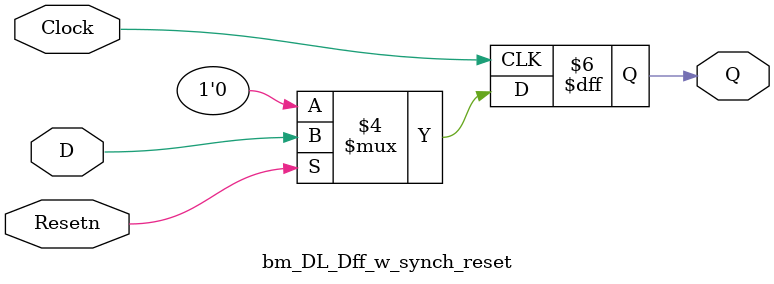
<source format=v>
module bm_DL_Dff_w_synch_reset(D, Clock, Resetn, Q);
	input D, Clock, Resetn;
	output Q;
	reg Q;
	always @(posedge Clock)
		if (!Resetn)
			Q <= 0;
		else 
			Q <= D;
endmodule
</source>
